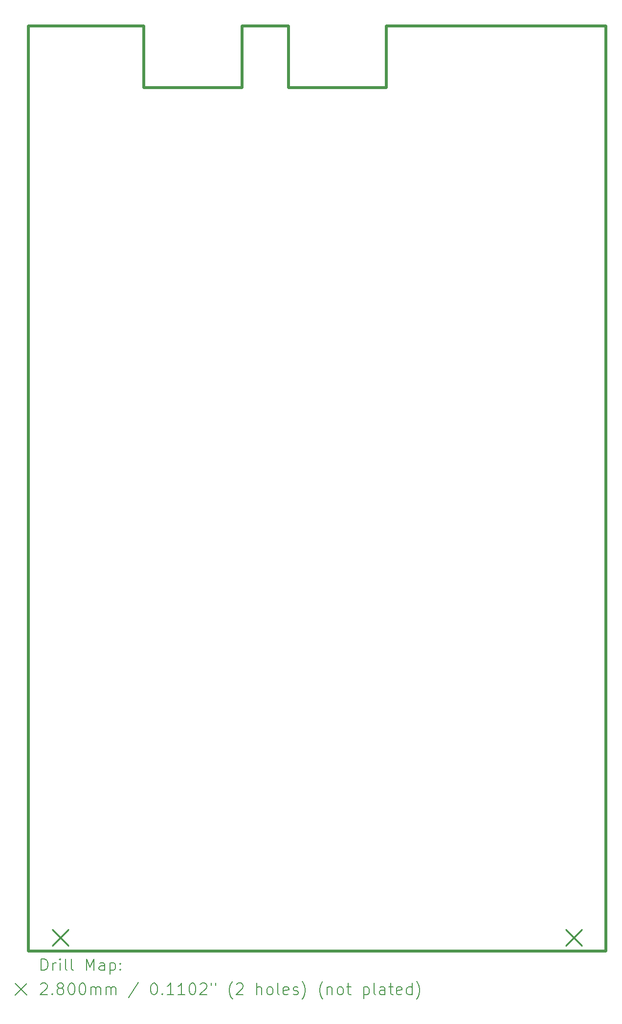
<source format=gbr>
%TF.GenerationSoftware,KiCad,Pcbnew,7.0.2-6a45011f42~172~ubuntu20.04.1*%
%TF.CreationDate,2023-06-12T15:09:08+02:00*%
%TF.ProjectId,inverter,696e7665-7274-4657-922e-6b696361645f,rev?*%
%TF.SameCoordinates,Original*%
%TF.FileFunction,Drillmap*%
%TF.FilePolarity,Positive*%
%FSLAX45Y45*%
G04 Gerber Fmt 4.5, Leading zero omitted, Abs format (unit mm)*
G04 Created by KiCad (PCBNEW 7.0.2-6a45011f42~172~ubuntu20.04.1) date 2023-06-12 15:09:08*
%MOMM*%
%LPD*%
G01*
G04 APERTURE LIST*
%ADD10C,0.500000*%
%ADD11C,0.200000*%
%ADD12C,0.280000*%
G04 APERTURE END LIST*
D10*
X4200000Y-2200000D02*
X4200000Y-18200000D01*
X7900000Y-2200000D02*
X7900000Y-3270000D01*
X10400000Y-2200000D02*
X14200000Y-2200000D01*
X4200000Y-18200000D02*
X14200000Y-18200000D01*
X8700000Y-3270000D02*
X10400000Y-3270000D01*
X6200000Y-3270000D02*
X7900000Y-3270000D01*
X4200000Y-2200000D02*
X6200000Y-2200000D01*
X7900000Y-2200000D02*
X8700000Y-2200000D01*
X8700000Y-2200000D02*
X8700000Y-3270000D01*
X6200000Y-2200000D02*
X6200000Y-3270000D01*
X10400000Y-2200000D02*
X10400000Y-3270000D01*
X14200000Y-18200000D02*
X14200000Y-2200000D01*
D11*
D12*
X4615000Y-17828000D02*
X4895000Y-18108000D01*
X4895000Y-17828000D02*
X4615000Y-18108000D01*
X13505000Y-17828000D02*
X13785000Y-18108000D01*
X13785000Y-17828000D02*
X13505000Y-18108000D01*
D11*
X4422619Y-18537524D02*
X4422619Y-18337524D01*
X4422619Y-18337524D02*
X4470238Y-18337524D01*
X4470238Y-18337524D02*
X4498810Y-18347048D01*
X4498810Y-18347048D02*
X4517857Y-18366095D01*
X4517857Y-18366095D02*
X4527381Y-18385143D01*
X4527381Y-18385143D02*
X4536905Y-18423238D01*
X4536905Y-18423238D02*
X4536905Y-18451810D01*
X4536905Y-18451810D02*
X4527381Y-18489905D01*
X4527381Y-18489905D02*
X4517857Y-18508952D01*
X4517857Y-18508952D02*
X4498810Y-18528000D01*
X4498810Y-18528000D02*
X4470238Y-18537524D01*
X4470238Y-18537524D02*
X4422619Y-18537524D01*
X4622619Y-18537524D02*
X4622619Y-18404190D01*
X4622619Y-18442286D02*
X4632143Y-18423238D01*
X4632143Y-18423238D02*
X4641667Y-18413714D01*
X4641667Y-18413714D02*
X4660714Y-18404190D01*
X4660714Y-18404190D02*
X4679762Y-18404190D01*
X4746429Y-18537524D02*
X4746429Y-18404190D01*
X4746429Y-18337524D02*
X4736905Y-18347048D01*
X4736905Y-18347048D02*
X4746429Y-18356571D01*
X4746429Y-18356571D02*
X4755952Y-18347048D01*
X4755952Y-18347048D02*
X4746429Y-18337524D01*
X4746429Y-18337524D02*
X4746429Y-18356571D01*
X4870238Y-18537524D02*
X4851190Y-18528000D01*
X4851190Y-18528000D02*
X4841667Y-18508952D01*
X4841667Y-18508952D02*
X4841667Y-18337524D01*
X4975000Y-18537524D02*
X4955952Y-18528000D01*
X4955952Y-18528000D02*
X4946429Y-18508952D01*
X4946429Y-18508952D02*
X4946429Y-18337524D01*
X5203571Y-18537524D02*
X5203571Y-18337524D01*
X5203571Y-18337524D02*
X5270238Y-18480381D01*
X5270238Y-18480381D02*
X5336905Y-18337524D01*
X5336905Y-18337524D02*
X5336905Y-18537524D01*
X5517857Y-18537524D02*
X5517857Y-18432762D01*
X5517857Y-18432762D02*
X5508333Y-18413714D01*
X5508333Y-18413714D02*
X5489286Y-18404190D01*
X5489286Y-18404190D02*
X5451190Y-18404190D01*
X5451190Y-18404190D02*
X5432143Y-18413714D01*
X5517857Y-18528000D02*
X5498810Y-18537524D01*
X5498810Y-18537524D02*
X5451190Y-18537524D01*
X5451190Y-18537524D02*
X5432143Y-18528000D01*
X5432143Y-18528000D02*
X5422619Y-18508952D01*
X5422619Y-18508952D02*
X5422619Y-18489905D01*
X5422619Y-18489905D02*
X5432143Y-18470857D01*
X5432143Y-18470857D02*
X5451190Y-18461333D01*
X5451190Y-18461333D02*
X5498810Y-18461333D01*
X5498810Y-18461333D02*
X5517857Y-18451810D01*
X5613095Y-18404190D02*
X5613095Y-18604190D01*
X5613095Y-18413714D02*
X5632143Y-18404190D01*
X5632143Y-18404190D02*
X5670238Y-18404190D01*
X5670238Y-18404190D02*
X5689286Y-18413714D01*
X5689286Y-18413714D02*
X5698809Y-18423238D01*
X5698809Y-18423238D02*
X5708333Y-18442286D01*
X5708333Y-18442286D02*
X5708333Y-18499429D01*
X5708333Y-18499429D02*
X5698809Y-18518476D01*
X5698809Y-18518476D02*
X5689286Y-18528000D01*
X5689286Y-18528000D02*
X5670238Y-18537524D01*
X5670238Y-18537524D02*
X5632143Y-18537524D01*
X5632143Y-18537524D02*
X5613095Y-18528000D01*
X5794048Y-18518476D02*
X5803571Y-18528000D01*
X5803571Y-18528000D02*
X5794048Y-18537524D01*
X5794048Y-18537524D02*
X5784524Y-18528000D01*
X5784524Y-18528000D02*
X5794048Y-18518476D01*
X5794048Y-18518476D02*
X5794048Y-18537524D01*
X5794048Y-18413714D02*
X5803571Y-18423238D01*
X5803571Y-18423238D02*
X5794048Y-18432762D01*
X5794048Y-18432762D02*
X5784524Y-18423238D01*
X5784524Y-18423238D02*
X5794048Y-18413714D01*
X5794048Y-18413714D02*
X5794048Y-18432762D01*
X3975000Y-18765000D02*
X4175000Y-18965000D01*
X4175000Y-18765000D02*
X3975000Y-18965000D01*
X4413095Y-18776571D02*
X4422619Y-18767048D01*
X4422619Y-18767048D02*
X4441667Y-18757524D01*
X4441667Y-18757524D02*
X4489286Y-18757524D01*
X4489286Y-18757524D02*
X4508333Y-18767048D01*
X4508333Y-18767048D02*
X4517857Y-18776571D01*
X4517857Y-18776571D02*
X4527381Y-18795619D01*
X4527381Y-18795619D02*
X4527381Y-18814667D01*
X4527381Y-18814667D02*
X4517857Y-18843238D01*
X4517857Y-18843238D02*
X4403571Y-18957524D01*
X4403571Y-18957524D02*
X4527381Y-18957524D01*
X4613095Y-18938476D02*
X4622619Y-18948000D01*
X4622619Y-18948000D02*
X4613095Y-18957524D01*
X4613095Y-18957524D02*
X4603571Y-18948000D01*
X4603571Y-18948000D02*
X4613095Y-18938476D01*
X4613095Y-18938476D02*
X4613095Y-18957524D01*
X4736905Y-18843238D02*
X4717857Y-18833714D01*
X4717857Y-18833714D02*
X4708333Y-18824190D01*
X4708333Y-18824190D02*
X4698810Y-18805143D01*
X4698810Y-18805143D02*
X4698810Y-18795619D01*
X4698810Y-18795619D02*
X4708333Y-18776571D01*
X4708333Y-18776571D02*
X4717857Y-18767048D01*
X4717857Y-18767048D02*
X4736905Y-18757524D01*
X4736905Y-18757524D02*
X4775000Y-18757524D01*
X4775000Y-18757524D02*
X4794048Y-18767048D01*
X4794048Y-18767048D02*
X4803571Y-18776571D01*
X4803571Y-18776571D02*
X4813095Y-18795619D01*
X4813095Y-18795619D02*
X4813095Y-18805143D01*
X4813095Y-18805143D02*
X4803571Y-18824190D01*
X4803571Y-18824190D02*
X4794048Y-18833714D01*
X4794048Y-18833714D02*
X4775000Y-18843238D01*
X4775000Y-18843238D02*
X4736905Y-18843238D01*
X4736905Y-18843238D02*
X4717857Y-18852762D01*
X4717857Y-18852762D02*
X4708333Y-18862286D01*
X4708333Y-18862286D02*
X4698810Y-18881333D01*
X4698810Y-18881333D02*
X4698810Y-18919429D01*
X4698810Y-18919429D02*
X4708333Y-18938476D01*
X4708333Y-18938476D02*
X4717857Y-18948000D01*
X4717857Y-18948000D02*
X4736905Y-18957524D01*
X4736905Y-18957524D02*
X4775000Y-18957524D01*
X4775000Y-18957524D02*
X4794048Y-18948000D01*
X4794048Y-18948000D02*
X4803571Y-18938476D01*
X4803571Y-18938476D02*
X4813095Y-18919429D01*
X4813095Y-18919429D02*
X4813095Y-18881333D01*
X4813095Y-18881333D02*
X4803571Y-18862286D01*
X4803571Y-18862286D02*
X4794048Y-18852762D01*
X4794048Y-18852762D02*
X4775000Y-18843238D01*
X4936905Y-18757524D02*
X4955952Y-18757524D01*
X4955952Y-18757524D02*
X4975000Y-18767048D01*
X4975000Y-18767048D02*
X4984524Y-18776571D01*
X4984524Y-18776571D02*
X4994048Y-18795619D01*
X4994048Y-18795619D02*
X5003571Y-18833714D01*
X5003571Y-18833714D02*
X5003571Y-18881333D01*
X5003571Y-18881333D02*
X4994048Y-18919429D01*
X4994048Y-18919429D02*
X4984524Y-18938476D01*
X4984524Y-18938476D02*
X4975000Y-18948000D01*
X4975000Y-18948000D02*
X4955952Y-18957524D01*
X4955952Y-18957524D02*
X4936905Y-18957524D01*
X4936905Y-18957524D02*
X4917857Y-18948000D01*
X4917857Y-18948000D02*
X4908333Y-18938476D01*
X4908333Y-18938476D02*
X4898810Y-18919429D01*
X4898810Y-18919429D02*
X4889286Y-18881333D01*
X4889286Y-18881333D02*
X4889286Y-18833714D01*
X4889286Y-18833714D02*
X4898810Y-18795619D01*
X4898810Y-18795619D02*
X4908333Y-18776571D01*
X4908333Y-18776571D02*
X4917857Y-18767048D01*
X4917857Y-18767048D02*
X4936905Y-18757524D01*
X5127381Y-18757524D02*
X5146429Y-18757524D01*
X5146429Y-18757524D02*
X5165476Y-18767048D01*
X5165476Y-18767048D02*
X5175000Y-18776571D01*
X5175000Y-18776571D02*
X5184524Y-18795619D01*
X5184524Y-18795619D02*
X5194048Y-18833714D01*
X5194048Y-18833714D02*
X5194048Y-18881333D01*
X5194048Y-18881333D02*
X5184524Y-18919429D01*
X5184524Y-18919429D02*
X5175000Y-18938476D01*
X5175000Y-18938476D02*
X5165476Y-18948000D01*
X5165476Y-18948000D02*
X5146429Y-18957524D01*
X5146429Y-18957524D02*
X5127381Y-18957524D01*
X5127381Y-18957524D02*
X5108333Y-18948000D01*
X5108333Y-18948000D02*
X5098810Y-18938476D01*
X5098810Y-18938476D02*
X5089286Y-18919429D01*
X5089286Y-18919429D02*
X5079762Y-18881333D01*
X5079762Y-18881333D02*
X5079762Y-18833714D01*
X5079762Y-18833714D02*
X5089286Y-18795619D01*
X5089286Y-18795619D02*
X5098810Y-18776571D01*
X5098810Y-18776571D02*
X5108333Y-18767048D01*
X5108333Y-18767048D02*
X5127381Y-18757524D01*
X5279762Y-18957524D02*
X5279762Y-18824190D01*
X5279762Y-18843238D02*
X5289286Y-18833714D01*
X5289286Y-18833714D02*
X5308333Y-18824190D01*
X5308333Y-18824190D02*
X5336905Y-18824190D01*
X5336905Y-18824190D02*
X5355952Y-18833714D01*
X5355952Y-18833714D02*
X5365476Y-18852762D01*
X5365476Y-18852762D02*
X5365476Y-18957524D01*
X5365476Y-18852762D02*
X5375000Y-18833714D01*
X5375000Y-18833714D02*
X5394048Y-18824190D01*
X5394048Y-18824190D02*
X5422619Y-18824190D01*
X5422619Y-18824190D02*
X5441667Y-18833714D01*
X5441667Y-18833714D02*
X5451191Y-18852762D01*
X5451191Y-18852762D02*
X5451191Y-18957524D01*
X5546429Y-18957524D02*
X5546429Y-18824190D01*
X5546429Y-18843238D02*
X5555952Y-18833714D01*
X5555952Y-18833714D02*
X5575000Y-18824190D01*
X5575000Y-18824190D02*
X5603571Y-18824190D01*
X5603571Y-18824190D02*
X5622619Y-18833714D01*
X5622619Y-18833714D02*
X5632143Y-18852762D01*
X5632143Y-18852762D02*
X5632143Y-18957524D01*
X5632143Y-18852762D02*
X5641667Y-18833714D01*
X5641667Y-18833714D02*
X5660714Y-18824190D01*
X5660714Y-18824190D02*
X5689286Y-18824190D01*
X5689286Y-18824190D02*
X5708333Y-18833714D01*
X5708333Y-18833714D02*
X5717857Y-18852762D01*
X5717857Y-18852762D02*
X5717857Y-18957524D01*
X6108333Y-18748000D02*
X5936905Y-19005143D01*
X6365476Y-18757524D02*
X6384524Y-18757524D01*
X6384524Y-18757524D02*
X6403572Y-18767048D01*
X6403572Y-18767048D02*
X6413095Y-18776571D01*
X6413095Y-18776571D02*
X6422619Y-18795619D01*
X6422619Y-18795619D02*
X6432143Y-18833714D01*
X6432143Y-18833714D02*
X6432143Y-18881333D01*
X6432143Y-18881333D02*
X6422619Y-18919429D01*
X6422619Y-18919429D02*
X6413095Y-18938476D01*
X6413095Y-18938476D02*
X6403572Y-18948000D01*
X6403572Y-18948000D02*
X6384524Y-18957524D01*
X6384524Y-18957524D02*
X6365476Y-18957524D01*
X6365476Y-18957524D02*
X6346429Y-18948000D01*
X6346429Y-18948000D02*
X6336905Y-18938476D01*
X6336905Y-18938476D02*
X6327381Y-18919429D01*
X6327381Y-18919429D02*
X6317857Y-18881333D01*
X6317857Y-18881333D02*
X6317857Y-18833714D01*
X6317857Y-18833714D02*
X6327381Y-18795619D01*
X6327381Y-18795619D02*
X6336905Y-18776571D01*
X6336905Y-18776571D02*
X6346429Y-18767048D01*
X6346429Y-18767048D02*
X6365476Y-18757524D01*
X6517857Y-18938476D02*
X6527381Y-18948000D01*
X6527381Y-18948000D02*
X6517857Y-18957524D01*
X6517857Y-18957524D02*
X6508333Y-18948000D01*
X6508333Y-18948000D02*
X6517857Y-18938476D01*
X6517857Y-18938476D02*
X6517857Y-18957524D01*
X6717857Y-18957524D02*
X6603572Y-18957524D01*
X6660714Y-18957524D02*
X6660714Y-18757524D01*
X6660714Y-18757524D02*
X6641667Y-18786095D01*
X6641667Y-18786095D02*
X6622619Y-18805143D01*
X6622619Y-18805143D02*
X6603572Y-18814667D01*
X6908333Y-18957524D02*
X6794048Y-18957524D01*
X6851191Y-18957524D02*
X6851191Y-18757524D01*
X6851191Y-18757524D02*
X6832143Y-18786095D01*
X6832143Y-18786095D02*
X6813095Y-18805143D01*
X6813095Y-18805143D02*
X6794048Y-18814667D01*
X7032143Y-18757524D02*
X7051191Y-18757524D01*
X7051191Y-18757524D02*
X7070238Y-18767048D01*
X7070238Y-18767048D02*
X7079762Y-18776571D01*
X7079762Y-18776571D02*
X7089286Y-18795619D01*
X7089286Y-18795619D02*
X7098810Y-18833714D01*
X7098810Y-18833714D02*
X7098810Y-18881333D01*
X7098810Y-18881333D02*
X7089286Y-18919429D01*
X7089286Y-18919429D02*
X7079762Y-18938476D01*
X7079762Y-18938476D02*
X7070238Y-18948000D01*
X7070238Y-18948000D02*
X7051191Y-18957524D01*
X7051191Y-18957524D02*
X7032143Y-18957524D01*
X7032143Y-18957524D02*
X7013095Y-18948000D01*
X7013095Y-18948000D02*
X7003572Y-18938476D01*
X7003572Y-18938476D02*
X6994048Y-18919429D01*
X6994048Y-18919429D02*
X6984524Y-18881333D01*
X6984524Y-18881333D02*
X6984524Y-18833714D01*
X6984524Y-18833714D02*
X6994048Y-18795619D01*
X6994048Y-18795619D02*
X7003572Y-18776571D01*
X7003572Y-18776571D02*
X7013095Y-18767048D01*
X7013095Y-18767048D02*
X7032143Y-18757524D01*
X7175000Y-18776571D02*
X7184524Y-18767048D01*
X7184524Y-18767048D02*
X7203572Y-18757524D01*
X7203572Y-18757524D02*
X7251191Y-18757524D01*
X7251191Y-18757524D02*
X7270238Y-18767048D01*
X7270238Y-18767048D02*
X7279762Y-18776571D01*
X7279762Y-18776571D02*
X7289286Y-18795619D01*
X7289286Y-18795619D02*
X7289286Y-18814667D01*
X7289286Y-18814667D02*
X7279762Y-18843238D01*
X7279762Y-18843238D02*
X7165476Y-18957524D01*
X7165476Y-18957524D02*
X7289286Y-18957524D01*
X7365476Y-18757524D02*
X7365476Y-18795619D01*
X7441667Y-18757524D02*
X7441667Y-18795619D01*
X7736905Y-19033714D02*
X7727381Y-19024190D01*
X7727381Y-19024190D02*
X7708334Y-18995619D01*
X7708334Y-18995619D02*
X7698810Y-18976571D01*
X7698810Y-18976571D02*
X7689286Y-18948000D01*
X7689286Y-18948000D02*
X7679762Y-18900381D01*
X7679762Y-18900381D02*
X7679762Y-18862286D01*
X7679762Y-18862286D02*
X7689286Y-18814667D01*
X7689286Y-18814667D02*
X7698810Y-18786095D01*
X7698810Y-18786095D02*
X7708334Y-18767048D01*
X7708334Y-18767048D02*
X7727381Y-18738476D01*
X7727381Y-18738476D02*
X7736905Y-18728952D01*
X7803572Y-18776571D02*
X7813095Y-18767048D01*
X7813095Y-18767048D02*
X7832143Y-18757524D01*
X7832143Y-18757524D02*
X7879762Y-18757524D01*
X7879762Y-18757524D02*
X7898810Y-18767048D01*
X7898810Y-18767048D02*
X7908334Y-18776571D01*
X7908334Y-18776571D02*
X7917857Y-18795619D01*
X7917857Y-18795619D02*
X7917857Y-18814667D01*
X7917857Y-18814667D02*
X7908334Y-18843238D01*
X7908334Y-18843238D02*
X7794048Y-18957524D01*
X7794048Y-18957524D02*
X7917857Y-18957524D01*
X8155953Y-18957524D02*
X8155953Y-18757524D01*
X8241667Y-18957524D02*
X8241667Y-18852762D01*
X8241667Y-18852762D02*
X8232143Y-18833714D01*
X8232143Y-18833714D02*
X8213096Y-18824190D01*
X8213096Y-18824190D02*
X8184524Y-18824190D01*
X8184524Y-18824190D02*
X8165476Y-18833714D01*
X8165476Y-18833714D02*
X8155953Y-18843238D01*
X8365476Y-18957524D02*
X8346429Y-18948000D01*
X8346429Y-18948000D02*
X8336905Y-18938476D01*
X8336905Y-18938476D02*
X8327381Y-18919429D01*
X8327381Y-18919429D02*
X8327381Y-18862286D01*
X8327381Y-18862286D02*
X8336905Y-18843238D01*
X8336905Y-18843238D02*
X8346429Y-18833714D01*
X8346429Y-18833714D02*
X8365476Y-18824190D01*
X8365476Y-18824190D02*
X8394048Y-18824190D01*
X8394048Y-18824190D02*
X8413096Y-18833714D01*
X8413096Y-18833714D02*
X8422619Y-18843238D01*
X8422619Y-18843238D02*
X8432143Y-18862286D01*
X8432143Y-18862286D02*
X8432143Y-18919429D01*
X8432143Y-18919429D02*
X8422619Y-18938476D01*
X8422619Y-18938476D02*
X8413096Y-18948000D01*
X8413096Y-18948000D02*
X8394048Y-18957524D01*
X8394048Y-18957524D02*
X8365476Y-18957524D01*
X8546429Y-18957524D02*
X8527381Y-18948000D01*
X8527381Y-18948000D02*
X8517858Y-18928952D01*
X8517858Y-18928952D02*
X8517858Y-18757524D01*
X8698810Y-18948000D02*
X8679762Y-18957524D01*
X8679762Y-18957524D02*
X8641667Y-18957524D01*
X8641667Y-18957524D02*
X8622619Y-18948000D01*
X8622619Y-18948000D02*
X8613096Y-18928952D01*
X8613096Y-18928952D02*
X8613096Y-18852762D01*
X8613096Y-18852762D02*
X8622619Y-18833714D01*
X8622619Y-18833714D02*
X8641667Y-18824190D01*
X8641667Y-18824190D02*
X8679762Y-18824190D01*
X8679762Y-18824190D02*
X8698810Y-18833714D01*
X8698810Y-18833714D02*
X8708334Y-18852762D01*
X8708334Y-18852762D02*
X8708334Y-18871810D01*
X8708334Y-18871810D02*
X8613096Y-18890857D01*
X8784524Y-18948000D02*
X8803572Y-18957524D01*
X8803572Y-18957524D02*
X8841667Y-18957524D01*
X8841667Y-18957524D02*
X8860715Y-18948000D01*
X8860715Y-18948000D02*
X8870239Y-18928952D01*
X8870239Y-18928952D02*
X8870239Y-18919429D01*
X8870239Y-18919429D02*
X8860715Y-18900381D01*
X8860715Y-18900381D02*
X8841667Y-18890857D01*
X8841667Y-18890857D02*
X8813096Y-18890857D01*
X8813096Y-18890857D02*
X8794048Y-18881333D01*
X8794048Y-18881333D02*
X8784524Y-18862286D01*
X8784524Y-18862286D02*
X8784524Y-18852762D01*
X8784524Y-18852762D02*
X8794048Y-18833714D01*
X8794048Y-18833714D02*
X8813096Y-18824190D01*
X8813096Y-18824190D02*
X8841667Y-18824190D01*
X8841667Y-18824190D02*
X8860715Y-18833714D01*
X8936905Y-19033714D02*
X8946429Y-19024190D01*
X8946429Y-19024190D02*
X8965477Y-18995619D01*
X8965477Y-18995619D02*
X8975000Y-18976571D01*
X8975000Y-18976571D02*
X8984524Y-18948000D01*
X8984524Y-18948000D02*
X8994048Y-18900381D01*
X8994048Y-18900381D02*
X8994048Y-18862286D01*
X8994048Y-18862286D02*
X8984524Y-18814667D01*
X8984524Y-18814667D02*
X8975000Y-18786095D01*
X8975000Y-18786095D02*
X8965477Y-18767048D01*
X8965477Y-18767048D02*
X8946429Y-18738476D01*
X8946429Y-18738476D02*
X8936905Y-18728952D01*
X9298810Y-19033714D02*
X9289286Y-19024190D01*
X9289286Y-19024190D02*
X9270239Y-18995619D01*
X9270239Y-18995619D02*
X9260715Y-18976571D01*
X9260715Y-18976571D02*
X9251191Y-18948000D01*
X9251191Y-18948000D02*
X9241667Y-18900381D01*
X9241667Y-18900381D02*
X9241667Y-18862286D01*
X9241667Y-18862286D02*
X9251191Y-18814667D01*
X9251191Y-18814667D02*
X9260715Y-18786095D01*
X9260715Y-18786095D02*
X9270239Y-18767048D01*
X9270239Y-18767048D02*
X9289286Y-18738476D01*
X9289286Y-18738476D02*
X9298810Y-18728952D01*
X9375000Y-18824190D02*
X9375000Y-18957524D01*
X9375000Y-18843238D02*
X9384524Y-18833714D01*
X9384524Y-18833714D02*
X9403572Y-18824190D01*
X9403572Y-18824190D02*
X9432143Y-18824190D01*
X9432143Y-18824190D02*
X9451191Y-18833714D01*
X9451191Y-18833714D02*
X9460715Y-18852762D01*
X9460715Y-18852762D02*
X9460715Y-18957524D01*
X9584524Y-18957524D02*
X9565477Y-18948000D01*
X9565477Y-18948000D02*
X9555953Y-18938476D01*
X9555953Y-18938476D02*
X9546429Y-18919429D01*
X9546429Y-18919429D02*
X9546429Y-18862286D01*
X9546429Y-18862286D02*
X9555953Y-18843238D01*
X9555953Y-18843238D02*
X9565477Y-18833714D01*
X9565477Y-18833714D02*
X9584524Y-18824190D01*
X9584524Y-18824190D02*
X9613096Y-18824190D01*
X9613096Y-18824190D02*
X9632143Y-18833714D01*
X9632143Y-18833714D02*
X9641667Y-18843238D01*
X9641667Y-18843238D02*
X9651191Y-18862286D01*
X9651191Y-18862286D02*
X9651191Y-18919429D01*
X9651191Y-18919429D02*
X9641667Y-18938476D01*
X9641667Y-18938476D02*
X9632143Y-18948000D01*
X9632143Y-18948000D02*
X9613096Y-18957524D01*
X9613096Y-18957524D02*
X9584524Y-18957524D01*
X9708334Y-18824190D02*
X9784524Y-18824190D01*
X9736905Y-18757524D02*
X9736905Y-18928952D01*
X9736905Y-18928952D02*
X9746429Y-18948000D01*
X9746429Y-18948000D02*
X9765477Y-18957524D01*
X9765477Y-18957524D02*
X9784524Y-18957524D01*
X10003572Y-18824190D02*
X10003572Y-19024190D01*
X10003572Y-18833714D02*
X10022620Y-18824190D01*
X10022620Y-18824190D02*
X10060715Y-18824190D01*
X10060715Y-18824190D02*
X10079762Y-18833714D01*
X10079762Y-18833714D02*
X10089286Y-18843238D01*
X10089286Y-18843238D02*
X10098810Y-18862286D01*
X10098810Y-18862286D02*
X10098810Y-18919429D01*
X10098810Y-18919429D02*
X10089286Y-18938476D01*
X10089286Y-18938476D02*
X10079762Y-18948000D01*
X10079762Y-18948000D02*
X10060715Y-18957524D01*
X10060715Y-18957524D02*
X10022620Y-18957524D01*
X10022620Y-18957524D02*
X10003572Y-18948000D01*
X10213096Y-18957524D02*
X10194048Y-18948000D01*
X10194048Y-18948000D02*
X10184524Y-18928952D01*
X10184524Y-18928952D02*
X10184524Y-18757524D01*
X10375001Y-18957524D02*
X10375001Y-18852762D01*
X10375001Y-18852762D02*
X10365477Y-18833714D01*
X10365477Y-18833714D02*
X10346429Y-18824190D01*
X10346429Y-18824190D02*
X10308334Y-18824190D01*
X10308334Y-18824190D02*
X10289286Y-18833714D01*
X10375001Y-18948000D02*
X10355953Y-18957524D01*
X10355953Y-18957524D02*
X10308334Y-18957524D01*
X10308334Y-18957524D02*
X10289286Y-18948000D01*
X10289286Y-18948000D02*
X10279762Y-18928952D01*
X10279762Y-18928952D02*
X10279762Y-18909905D01*
X10279762Y-18909905D02*
X10289286Y-18890857D01*
X10289286Y-18890857D02*
X10308334Y-18881333D01*
X10308334Y-18881333D02*
X10355953Y-18881333D01*
X10355953Y-18881333D02*
X10375001Y-18871810D01*
X10441667Y-18824190D02*
X10517858Y-18824190D01*
X10470239Y-18757524D02*
X10470239Y-18928952D01*
X10470239Y-18928952D02*
X10479762Y-18948000D01*
X10479762Y-18948000D02*
X10498810Y-18957524D01*
X10498810Y-18957524D02*
X10517858Y-18957524D01*
X10660715Y-18948000D02*
X10641667Y-18957524D01*
X10641667Y-18957524D02*
X10603572Y-18957524D01*
X10603572Y-18957524D02*
X10584524Y-18948000D01*
X10584524Y-18948000D02*
X10575001Y-18928952D01*
X10575001Y-18928952D02*
X10575001Y-18852762D01*
X10575001Y-18852762D02*
X10584524Y-18833714D01*
X10584524Y-18833714D02*
X10603572Y-18824190D01*
X10603572Y-18824190D02*
X10641667Y-18824190D01*
X10641667Y-18824190D02*
X10660715Y-18833714D01*
X10660715Y-18833714D02*
X10670239Y-18852762D01*
X10670239Y-18852762D02*
X10670239Y-18871810D01*
X10670239Y-18871810D02*
X10575001Y-18890857D01*
X10841667Y-18957524D02*
X10841667Y-18757524D01*
X10841667Y-18948000D02*
X10822620Y-18957524D01*
X10822620Y-18957524D02*
X10784524Y-18957524D01*
X10784524Y-18957524D02*
X10765477Y-18948000D01*
X10765477Y-18948000D02*
X10755953Y-18938476D01*
X10755953Y-18938476D02*
X10746429Y-18919429D01*
X10746429Y-18919429D02*
X10746429Y-18862286D01*
X10746429Y-18862286D02*
X10755953Y-18843238D01*
X10755953Y-18843238D02*
X10765477Y-18833714D01*
X10765477Y-18833714D02*
X10784524Y-18824190D01*
X10784524Y-18824190D02*
X10822620Y-18824190D01*
X10822620Y-18824190D02*
X10841667Y-18833714D01*
X10917858Y-19033714D02*
X10927382Y-19024190D01*
X10927382Y-19024190D02*
X10946429Y-18995619D01*
X10946429Y-18995619D02*
X10955953Y-18976571D01*
X10955953Y-18976571D02*
X10965477Y-18948000D01*
X10965477Y-18948000D02*
X10975001Y-18900381D01*
X10975001Y-18900381D02*
X10975001Y-18862286D01*
X10975001Y-18862286D02*
X10965477Y-18814667D01*
X10965477Y-18814667D02*
X10955953Y-18786095D01*
X10955953Y-18786095D02*
X10946429Y-18767048D01*
X10946429Y-18767048D02*
X10927382Y-18738476D01*
X10927382Y-18738476D02*
X10917858Y-18728952D01*
M02*

</source>
